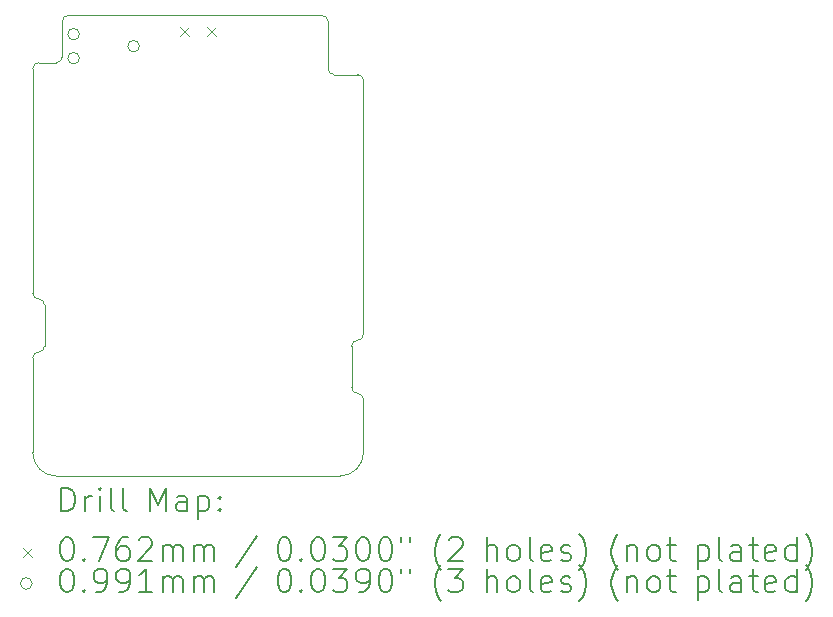
<source format=gbr>
%TF.GenerationSoftware,KiCad,Pcbnew,(7.0.0)*%
%TF.CreationDate,2024-01-10T08:15:54+01:00*%
%TF.ProjectId,LED_poi,4c45445f-706f-4692-9e6b-696361645f70,A*%
%TF.SameCoordinates,Original*%
%TF.FileFunction,Drillmap*%
%TF.FilePolarity,Positive*%
%FSLAX45Y45*%
G04 Gerber Fmt 4.5, Leading zero omitted, Abs format (unit mm)*
G04 Created by KiCad (PCBNEW (7.0.0)) date 2024-01-10 08:15:54*
%MOMM*%
%LPD*%
G01*
G04 APERTURE LIST*
%ADD10C,0.100000*%
%ADD11C,0.200000*%
%ADD12C,0.076200*%
%ADD13C,0.099060*%
G04 APERTURE END LIST*
D10*
X10600000Y-7300000D02*
X10600000Y-5150000D01*
X7800000Y-6950000D02*
X7800000Y-5050000D01*
X8100000Y-4600000D02*
G75*
G03*
X8050000Y-4650000I0J-50000D01*
G01*
X10400000Y-8500000D02*
G75*
G03*
X10600000Y-8300000I0J200000D01*
G01*
X7800000Y-6950000D02*
G75*
G03*
X7850000Y-7000000I50000J0D01*
G01*
X10250000Y-4600000D02*
X8100000Y-4600000D01*
X10500000Y-7750000D02*
X10500000Y-7400000D01*
X10300000Y-4650000D02*
G75*
G03*
X10250000Y-4600000I-50000J0D01*
G01*
X10600000Y-5150000D02*
G75*
G03*
X10550000Y-5100000I-50000J0D01*
G01*
X8050000Y-4650000D02*
X8050000Y-4950000D01*
X7850000Y-5000000D02*
G75*
G03*
X7800000Y-5050000I0J-50000D01*
G01*
X10550000Y-7350000D02*
G75*
G03*
X10500000Y-7400000I0J-50000D01*
G01*
X7900000Y-7050000D02*
G75*
G03*
X7850000Y-7000000I-50000J0D01*
G01*
X7850000Y-7450000D02*
G75*
G03*
X7800000Y-7500000I0J-50000D01*
G01*
X8000000Y-5000000D02*
X7850000Y-5000000D01*
X10500000Y-7750000D02*
G75*
G03*
X10550000Y-7800000I50000J0D01*
G01*
X7900000Y-7400000D02*
X7900000Y-7050000D01*
X8000000Y-5000000D02*
G75*
G03*
X8050000Y-4950000I0J50000D01*
G01*
X7850000Y-7450000D02*
G75*
G03*
X7900000Y-7400000I0J50000D01*
G01*
X10550000Y-7350000D02*
G75*
G03*
X10600000Y-7300000I0J50000D01*
G01*
X10550000Y-5100000D02*
X10350000Y-5100000D01*
X8000000Y-8500000D02*
X10400000Y-8500000D01*
X10600000Y-7850000D02*
X10600000Y-8300000D01*
X7800000Y-8300000D02*
G75*
G03*
X8000000Y-8500000I200000J0D01*
G01*
X10600000Y-7850000D02*
G75*
G03*
X10550000Y-7800000I-50000J0D01*
G01*
X10300000Y-5050000D02*
X10300000Y-4650000D01*
X7800000Y-7500000D02*
X7800000Y-8300000D01*
X10300000Y-5050000D02*
G75*
G03*
X10350000Y-5100000I50000J0D01*
G01*
D11*
D12*
X9046900Y-4701900D02*
X9123100Y-4778100D01*
X9123100Y-4701900D02*
X9046900Y-4778100D01*
X9276900Y-4701900D02*
X9353100Y-4778100D01*
X9353100Y-4701900D02*
X9276900Y-4778100D01*
D13*
X8195530Y-4758400D02*
G75*
G03*
X8195530Y-4758400I-49530J0D01*
G01*
X8195530Y-4961600D02*
G75*
G03*
X8195530Y-4961600I-49530J0D01*
G01*
X8703530Y-4860000D02*
G75*
G03*
X8703530Y-4860000I-49530J0D01*
G01*
D11*
X8042619Y-8798476D02*
X8042619Y-8598476D01*
X8042619Y-8598476D02*
X8090238Y-8598476D01*
X8090238Y-8598476D02*
X8118809Y-8608000D01*
X8118809Y-8608000D02*
X8137857Y-8627048D01*
X8137857Y-8627048D02*
X8147381Y-8646095D01*
X8147381Y-8646095D02*
X8156905Y-8684190D01*
X8156905Y-8684190D02*
X8156905Y-8712762D01*
X8156905Y-8712762D02*
X8147381Y-8750857D01*
X8147381Y-8750857D02*
X8137857Y-8769905D01*
X8137857Y-8769905D02*
X8118809Y-8788952D01*
X8118809Y-8788952D02*
X8090238Y-8798476D01*
X8090238Y-8798476D02*
X8042619Y-8798476D01*
X8242619Y-8798476D02*
X8242619Y-8665143D01*
X8242619Y-8703238D02*
X8252143Y-8684190D01*
X8252143Y-8684190D02*
X8261667Y-8674667D01*
X8261667Y-8674667D02*
X8280714Y-8665143D01*
X8280714Y-8665143D02*
X8299762Y-8665143D01*
X8366428Y-8798476D02*
X8366428Y-8665143D01*
X8366428Y-8598476D02*
X8356905Y-8608000D01*
X8356905Y-8608000D02*
X8366428Y-8617524D01*
X8366428Y-8617524D02*
X8375952Y-8608000D01*
X8375952Y-8608000D02*
X8366428Y-8598476D01*
X8366428Y-8598476D02*
X8366428Y-8617524D01*
X8490238Y-8798476D02*
X8471190Y-8788952D01*
X8471190Y-8788952D02*
X8461667Y-8769905D01*
X8461667Y-8769905D02*
X8461667Y-8598476D01*
X8595000Y-8798476D02*
X8575952Y-8788952D01*
X8575952Y-8788952D02*
X8566429Y-8769905D01*
X8566429Y-8769905D02*
X8566429Y-8598476D01*
X8791190Y-8798476D02*
X8791190Y-8598476D01*
X8791190Y-8598476D02*
X8857857Y-8741333D01*
X8857857Y-8741333D02*
X8924524Y-8598476D01*
X8924524Y-8598476D02*
X8924524Y-8798476D01*
X9105476Y-8798476D02*
X9105476Y-8693714D01*
X9105476Y-8693714D02*
X9095952Y-8674667D01*
X9095952Y-8674667D02*
X9076905Y-8665143D01*
X9076905Y-8665143D02*
X9038809Y-8665143D01*
X9038809Y-8665143D02*
X9019762Y-8674667D01*
X9105476Y-8788952D02*
X9086429Y-8798476D01*
X9086429Y-8798476D02*
X9038809Y-8798476D01*
X9038809Y-8798476D02*
X9019762Y-8788952D01*
X9019762Y-8788952D02*
X9010238Y-8769905D01*
X9010238Y-8769905D02*
X9010238Y-8750857D01*
X9010238Y-8750857D02*
X9019762Y-8731810D01*
X9019762Y-8731810D02*
X9038809Y-8722286D01*
X9038809Y-8722286D02*
X9086429Y-8722286D01*
X9086429Y-8722286D02*
X9105476Y-8712762D01*
X9200714Y-8665143D02*
X9200714Y-8865143D01*
X9200714Y-8674667D02*
X9219762Y-8665143D01*
X9219762Y-8665143D02*
X9257857Y-8665143D01*
X9257857Y-8665143D02*
X9276905Y-8674667D01*
X9276905Y-8674667D02*
X9286429Y-8684190D01*
X9286429Y-8684190D02*
X9295952Y-8703238D01*
X9295952Y-8703238D02*
X9295952Y-8760381D01*
X9295952Y-8760381D02*
X9286429Y-8779429D01*
X9286429Y-8779429D02*
X9276905Y-8788952D01*
X9276905Y-8788952D02*
X9257857Y-8798476D01*
X9257857Y-8798476D02*
X9219762Y-8798476D01*
X9219762Y-8798476D02*
X9200714Y-8788952D01*
X9381667Y-8779429D02*
X9391190Y-8788952D01*
X9391190Y-8788952D02*
X9381667Y-8798476D01*
X9381667Y-8798476D02*
X9372143Y-8788952D01*
X9372143Y-8788952D02*
X9381667Y-8779429D01*
X9381667Y-8779429D02*
X9381667Y-8798476D01*
X9381667Y-8674667D02*
X9391190Y-8684190D01*
X9391190Y-8684190D02*
X9381667Y-8693714D01*
X9381667Y-8693714D02*
X9372143Y-8684190D01*
X9372143Y-8684190D02*
X9381667Y-8674667D01*
X9381667Y-8674667D02*
X9381667Y-8693714D01*
D12*
X7718800Y-9106900D02*
X7795000Y-9183100D01*
X7795000Y-9106900D02*
X7718800Y-9183100D01*
D11*
X8080714Y-9018476D02*
X8099762Y-9018476D01*
X8099762Y-9018476D02*
X8118809Y-9028000D01*
X8118809Y-9028000D02*
X8128333Y-9037524D01*
X8128333Y-9037524D02*
X8137857Y-9056571D01*
X8137857Y-9056571D02*
X8147381Y-9094667D01*
X8147381Y-9094667D02*
X8147381Y-9142286D01*
X8147381Y-9142286D02*
X8137857Y-9180381D01*
X8137857Y-9180381D02*
X8128333Y-9199429D01*
X8128333Y-9199429D02*
X8118809Y-9208952D01*
X8118809Y-9208952D02*
X8099762Y-9218476D01*
X8099762Y-9218476D02*
X8080714Y-9218476D01*
X8080714Y-9218476D02*
X8061667Y-9208952D01*
X8061667Y-9208952D02*
X8052143Y-9199429D01*
X8052143Y-9199429D02*
X8042619Y-9180381D01*
X8042619Y-9180381D02*
X8033095Y-9142286D01*
X8033095Y-9142286D02*
X8033095Y-9094667D01*
X8033095Y-9094667D02*
X8042619Y-9056571D01*
X8042619Y-9056571D02*
X8052143Y-9037524D01*
X8052143Y-9037524D02*
X8061667Y-9028000D01*
X8061667Y-9028000D02*
X8080714Y-9018476D01*
X8233095Y-9199429D02*
X8242619Y-9208952D01*
X8242619Y-9208952D02*
X8233095Y-9218476D01*
X8233095Y-9218476D02*
X8223571Y-9208952D01*
X8223571Y-9208952D02*
X8233095Y-9199429D01*
X8233095Y-9199429D02*
X8233095Y-9218476D01*
X8309286Y-9018476D02*
X8442619Y-9018476D01*
X8442619Y-9018476D02*
X8356905Y-9218476D01*
X8604524Y-9018476D02*
X8566429Y-9018476D01*
X8566429Y-9018476D02*
X8547381Y-9028000D01*
X8547381Y-9028000D02*
X8537857Y-9037524D01*
X8537857Y-9037524D02*
X8518810Y-9066095D01*
X8518810Y-9066095D02*
X8509286Y-9104190D01*
X8509286Y-9104190D02*
X8509286Y-9180381D01*
X8509286Y-9180381D02*
X8518810Y-9199429D01*
X8518810Y-9199429D02*
X8528333Y-9208952D01*
X8528333Y-9208952D02*
X8547381Y-9218476D01*
X8547381Y-9218476D02*
X8585476Y-9218476D01*
X8585476Y-9218476D02*
X8604524Y-9208952D01*
X8604524Y-9208952D02*
X8614048Y-9199429D01*
X8614048Y-9199429D02*
X8623571Y-9180381D01*
X8623571Y-9180381D02*
X8623571Y-9132762D01*
X8623571Y-9132762D02*
X8614048Y-9113714D01*
X8614048Y-9113714D02*
X8604524Y-9104190D01*
X8604524Y-9104190D02*
X8585476Y-9094667D01*
X8585476Y-9094667D02*
X8547381Y-9094667D01*
X8547381Y-9094667D02*
X8528333Y-9104190D01*
X8528333Y-9104190D02*
X8518810Y-9113714D01*
X8518810Y-9113714D02*
X8509286Y-9132762D01*
X8699762Y-9037524D02*
X8709286Y-9028000D01*
X8709286Y-9028000D02*
X8728333Y-9018476D01*
X8728333Y-9018476D02*
X8775952Y-9018476D01*
X8775952Y-9018476D02*
X8795000Y-9028000D01*
X8795000Y-9028000D02*
X8804524Y-9037524D01*
X8804524Y-9037524D02*
X8814048Y-9056571D01*
X8814048Y-9056571D02*
X8814048Y-9075619D01*
X8814048Y-9075619D02*
X8804524Y-9104190D01*
X8804524Y-9104190D02*
X8690238Y-9218476D01*
X8690238Y-9218476D02*
X8814048Y-9218476D01*
X8899762Y-9218476D02*
X8899762Y-9085143D01*
X8899762Y-9104190D02*
X8909286Y-9094667D01*
X8909286Y-9094667D02*
X8928333Y-9085143D01*
X8928333Y-9085143D02*
X8956905Y-9085143D01*
X8956905Y-9085143D02*
X8975952Y-9094667D01*
X8975952Y-9094667D02*
X8985476Y-9113714D01*
X8985476Y-9113714D02*
X8985476Y-9218476D01*
X8985476Y-9113714D02*
X8995000Y-9094667D01*
X8995000Y-9094667D02*
X9014048Y-9085143D01*
X9014048Y-9085143D02*
X9042619Y-9085143D01*
X9042619Y-9085143D02*
X9061667Y-9094667D01*
X9061667Y-9094667D02*
X9071191Y-9113714D01*
X9071191Y-9113714D02*
X9071191Y-9218476D01*
X9166429Y-9218476D02*
X9166429Y-9085143D01*
X9166429Y-9104190D02*
X9175952Y-9094667D01*
X9175952Y-9094667D02*
X9195000Y-9085143D01*
X9195000Y-9085143D02*
X9223572Y-9085143D01*
X9223572Y-9085143D02*
X9242619Y-9094667D01*
X9242619Y-9094667D02*
X9252143Y-9113714D01*
X9252143Y-9113714D02*
X9252143Y-9218476D01*
X9252143Y-9113714D02*
X9261667Y-9094667D01*
X9261667Y-9094667D02*
X9280714Y-9085143D01*
X9280714Y-9085143D02*
X9309286Y-9085143D01*
X9309286Y-9085143D02*
X9328333Y-9094667D01*
X9328333Y-9094667D02*
X9337857Y-9113714D01*
X9337857Y-9113714D02*
X9337857Y-9218476D01*
X9695952Y-9008952D02*
X9524524Y-9266095D01*
X9920714Y-9018476D02*
X9939762Y-9018476D01*
X9939762Y-9018476D02*
X9958810Y-9028000D01*
X9958810Y-9028000D02*
X9968333Y-9037524D01*
X9968333Y-9037524D02*
X9977857Y-9056571D01*
X9977857Y-9056571D02*
X9987381Y-9094667D01*
X9987381Y-9094667D02*
X9987381Y-9142286D01*
X9987381Y-9142286D02*
X9977857Y-9180381D01*
X9977857Y-9180381D02*
X9968333Y-9199429D01*
X9968333Y-9199429D02*
X9958810Y-9208952D01*
X9958810Y-9208952D02*
X9939762Y-9218476D01*
X9939762Y-9218476D02*
X9920714Y-9218476D01*
X9920714Y-9218476D02*
X9901667Y-9208952D01*
X9901667Y-9208952D02*
X9892143Y-9199429D01*
X9892143Y-9199429D02*
X9882619Y-9180381D01*
X9882619Y-9180381D02*
X9873095Y-9142286D01*
X9873095Y-9142286D02*
X9873095Y-9094667D01*
X9873095Y-9094667D02*
X9882619Y-9056571D01*
X9882619Y-9056571D02*
X9892143Y-9037524D01*
X9892143Y-9037524D02*
X9901667Y-9028000D01*
X9901667Y-9028000D02*
X9920714Y-9018476D01*
X10073095Y-9199429D02*
X10082619Y-9208952D01*
X10082619Y-9208952D02*
X10073095Y-9218476D01*
X10073095Y-9218476D02*
X10063572Y-9208952D01*
X10063572Y-9208952D02*
X10073095Y-9199429D01*
X10073095Y-9199429D02*
X10073095Y-9218476D01*
X10206429Y-9018476D02*
X10225476Y-9018476D01*
X10225476Y-9018476D02*
X10244524Y-9028000D01*
X10244524Y-9028000D02*
X10254048Y-9037524D01*
X10254048Y-9037524D02*
X10263572Y-9056571D01*
X10263572Y-9056571D02*
X10273095Y-9094667D01*
X10273095Y-9094667D02*
X10273095Y-9142286D01*
X10273095Y-9142286D02*
X10263572Y-9180381D01*
X10263572Y-9180381D02*
X10254048Y-9199429D01*
X10254048Y-9199429D02*
X10244524Y-9208952D01*
X10244524Y-9208952D02*
X10225476Y-9218476D01*
X10225476Y-9218476D02*
X10206429Y-9218476D01*
X10206429Y-9218476D02*
X10187381Y-9208952D01*
X10187381Y-9208952D02*
X10177857Y-9199429D01*
X10177857Y-9199429D02*
X10168333Y-9180381D01*
X10168333Y-9180381D02*
X10158810Y-9142286D01*
X10158810Y-9142286D02*
X10158810Y-9094667D01*
X10158810Y-9094667D02*
X10168333Y-9056571D01*
X10168333Y-9056571D02*
X10177857Y-9037524D01*
X10177857Y-9037524D02*
X10187381Y-9028000D01*
X10187381Y-9028000D02*
X10206429Y-9018476D01*
X10339762Y-9018476D02*
X10463572Y-9018476D01*
X10463572Y-9018476D02*
X10396905Y-9094667D01*
X10396905Y-9094667D02*
X10425476Y-9094667D01*
X10425476Y-9094667D02*
X10444524Y-9104190D01*
X10444524Y-9104190D02*
X10454048Y-9113714D01*
X10454048Y-9113714D02*
X10463572Y-9132762D01*
X10463572Y-9132762D02*
X10463572Y-9180381D01*
X10463572Y-9180381D02*
X10454048Y-9199429D01*
X10454048Y-9199429D02*
X10444524Y-9208952D01*
X10444524Y-9208952D02*
X10425476Y-9218476D01*
X10425476Y-9218476D02*
X10368333Y-9218476D01*
X10368333Y-9218476D02*
X10349286Y-9208952D01*
X10349286Y-9208952D02*
X10339762Y-9199429D01*
X10587381Y-9018476D02*
X10606429Y-9018476D01*
X10606429Y-9018476D02*
X10625476Y-9028000D01*
X10625476Y-9028000D02*
X10635000Y-9037524D01*
X10635000Y-9037524D02*
X10644524Y-9056571D01*
X10644524Y-9056571D02*
X10654048Y-9094667D01*
X10654048Y-9094667D02*
X10654048Y-9142286D01*
X10654048Y-9142286D02*
X10644524Y-9180381D01*
X10644524Y-9180381D02*
X10635000Y-9199429D01*
X10635000Y-9199429D02*
X10625476Y-9208952D01*
X10625476Y-9208952D02*
X10606429Y-9218476D01*
X10606429Y-9218476D02*
X10587381Y-9218476D01*
X10587381Y-9218476D02*
X10568333Y-9208952D01*
X10568333Y-9208952D02*
X10558810Y-9199429D01*
X10558810Y-9199429D02*
X10549286Y-9180381D01*
X10549286Y-9180381D02*
X10539762Y-9142286D01*
X10539762Y-9142286D02*
X10539762Y-9094667D01*
X10539762Y-9094667D02*
X10549286Y-9056571D01*
X10549286Y-9056571D02*
X10558810Y-9037524D01*
X10558810Y-9037524D02*
X10568333Y-9028000D01*
X10568333Y-9028000D02*
X10587381Y-9018476D01*
X10777857Y-9018476D02*
X10796905Y-9018476D01*
X10796905Y-9018476D02*
X10815953Y-9028000D01*
X10815953Y-9028000D02*
X10825476Y-9037524D01*
X10825476Y-9037524D02*
X10835000Y-9056571D01*
X10835000Y-9056571D02*
X10844524Y-9094667D01*
X10844524Y-9094667D02*
X10844524Y-9142286D01*
X10844524Y-9142286D02*
X10835000Y-9180381D01*
X10835000Y-9180381D02*
X10825476Y-9199429D01*
X10825476Y-9199429D02*
X10815953Y-9208952D01*
X10815953Y-9208952D02*
X10796905Y-9218476D01*
X10796905Y-9218476D02*
X10777857Y-9218476D01*
X10777857Y-9218476D02*
X10758810Y-9208952D01*
X10758810Y-9208952D02*
X10749286Y-9199429D01*
X10749286Y-9199429D02*
X10739762Y-9180381D01*
X10739762Y-9180381D02*
X10730238Y-9142286D01*
X10730238Y-9142286D02*
X10730238Y-9094667D01*
X10730238Y-9094667D02*
X10739762Y-9056571D01*
X10739762Y-9056571D02*
X10749286Y-9037524D01*
X10749286Y-9037524D02*
X10758810Y-9028000D01*
X10758810Y-9028000D02*
X10777857Y-9018476D01*
X10920714Y-9018476D02*
X10920714Y-9056571D01*
X10996905Y-9018476D02*
X10996905Y-9056571D01*
X11259762Y-9294667D02*
X11250238Y-9285143D01*
X11250238Y-9285143D02*
X11231191Y-9256571D01*
X11231191Y-9256571D02*
X11221667Y-9237524D01*
X11221667Y-9237524D02*
X11212143Y-9208952D01*
X11212143Y-9208952D02*
X11202619Y-9161333D01*
X11202619Y-9161333D02*
X11202619Y-9123238D01*
X11202619Y-9123238D02*
X11212143Y-9075619D01*
X11212143Y-9075619D02*
X11221667Y-9047048D01*
X11221667Y-9047048D02*
X11231191Y-9028000D01*
X11231191Y-9028000D02*
X11250238Y-8999429D01*
X11250238Y-8999429D02*
X11259762Y-8989905D01*
X11326429Y-9037524D02*
X11335952Y-9028000D01*
X11335952Y-9028000D02*
X11355000Y-9018476D01*
X11355000Y-9018476D02*
X11402619Y-9018476D01*
X11402619Y-9018476D02*
X11421667Y-9028000D01*
X11421667Y-9028000D02*
X11431191Y-9037524D01*
X11431191Y-9037524D02*
X11440714Y-9056571D01*
X11440714Y-9056571D02*
X11440714Y-9075619D01*
X11440714Y-9075619D02*
X11431191Y-9104190D01*
X11431191Y-9104190D02*
X11316905Y-9218476D01*
X11316905Y-9218476D02*
X11440714Y-9218476D01*
X11646429Y-9218476D02*
X11646429Y-9018476D01*
X11732143Y-9218476D02*
X11732143Y-9113714D01*
X11732143Y-9113714D02*
X11722619Y-9094667D01*
X11722619Y-9094667D02*
X11703572Y-9085143D01*
X11703572Y-9085143D02*
X11675000Y-9085143D01*
X11675000Y-9085143D02*
X11655952Y-9094667D01*
X11655952Y-9094667D02*
X11646429Y-9104190D01*
X11855952Y-9218476D02*
X11836905Y-9208952D01*
X11836905Y-9208952D02*
X11827381Y-9199429D01*
X11827381Y-9199429D02*
X11817857Y-9180381D01*
X11817857Y-9180381D02*
X11817857Y-9123238D01*
X11817857Y-9123238D02*
X11827381Y-9104190D01*
X11827381Y-9104190D02*
X11836905Y-9094667D01*
X11836905Y-9094667D02*
X11855952Y-9085143D01*
X11855952Y-9085143D02*
X11884524Y-9085143D01*
X11884524Y-9085143D02*
X11903572Y-9094667D01*
X11903572Y-9094667D02*
X11913095Y-9104190D01*
X11913095Y-9104190D02*
X11922619Y-9123238D01*
X11922619Y-9123238D02*
X11922619Y-9180381D01*
X11922619Y-9180381D02*
X11913095Y-9199429D01*
X11913095Y-9199429D02*
X11903572Y-9208952D01*
X11903572Y-9208952D02*
X11884524Y-9218476D01*
X11884524Y-9218476D02*
X11855952Y-9218476D01*
X12036905Y-9218476D02*
X12017857Y-9208952D01*
X12017857Y-9208952D02*
X12008333Y-9189905D01*
X12008333Y-9189905D02*
X12008333Y-9018476D01*
X12189286Y-9208952D02*
X12170238Y-9218476D01*
X12170238Y-9218476D02*
X12132143Y-9218476D01*
X12132143Y-9218476D02*
X12113095Y-9208952D01*
X12113095Y-9208952D02*
X12103572Y-9189905D01*
X12103572Y-9189905D02*
X12103572Y-9113714D01*
X12103572Y-9113714D02*
X12113095Y-9094667D01*
X12113095Y-9094667D02*
X12132143Y-9085143D01*
X12132143Y-9085143D02*
X12170238Y-9085143D01*
X12170238Y-9085143D02*
X12189286Y-9094667D01*
X12189286Y-9094667D02*
X12198810Y-9113714D01*
X12198810Y-9113714D02*
X12198810Y-9132762D01*
X12198810Y-9132762D02*
X12103572Y-9151810D01*
X12275000Y-9208952D02*
X12294048Y-9218476D01*
X12294048Y-9218476D02*
X12332143Y-9218476D01*
X12332143Y-9218476D02*
X12351191Y-9208952D01*
X12351191Y-9208952D02*
X12360714Y-9189905D01*
X12360714Y-9189905D02*
X12360714Y-9180381D01*
X12360714Y-9180381D02*
X12351191Y-9161333D01*
X12351191Y-9161333D02*
X12332143Y-9151810D01*
X12332143Y-9151810D02*
X12303572Y-9151810D01*
X12303572Y-9151810D02*
X12284524Y-9142286D01*
X12284524Y-9142286D02*
X12275000Y-9123238D01*
X12275000Y-9123238D02*
X12275000Y-9113714D01*
X12275000Y-9113714D02*
X12284524Y-9094667D01*
X12284524Y-9094667D02*
X12303572Y-9085143D01*
X12303572Y-9085143D02*
X12332143Y-9085143D01*
X12332143Y-9085143D02*
X12351191Y-9094667D01*
X12427381Y-9294667D02*
X12436905Y-9285143D01*
X12436905Y-9285143D02*
X12455953Y-9256571D01*
X12455953Y-9256571D02*
X12465476Y-9237524D01*
X12465476Y-9237524D02*
X12475000Y-9208952D01*
X12475000Y-9208952D02*
X12484524Y-9161333D01*
X12484524Y-9161333D02*
X12484524Y-9123238D01*
X12484524Y-9123238D02*
X12475000Y-9075619D01*
X12475000Y-9075619D02*
X12465476Y-9047048D01*
X12465476Y-9047048D02*
X12455953Y-9028000D01*
X12455953Y-9028000D02*
X12436905Y-8999429D01*
X12436905Y-8999429D02*
X12427381Y-8989905D01*
X12756905Y-9294667D02*
X12747381Y-9285143D01*
X12747381Y-9285143D02*
X12728333Y-9256571D01*
X12728333Y-9256571D02*
X12718810Y-9237524D01*
X12718810Y-9237524D02*
X12709286Y-9208952D01*
X12709286Y-9208952D02*
X12699762Y-9161333D01*
X12699762Y-9161333D02*
X12699762Y-9123238D01*
X12699762Y-9123238D02*
X12709286Y-9075619D01*
X12709286Y-9075619D02*
X12718810Y-9047048D01*
X12718810Y-9047048D02*
X12728333Y-9028000D01*
X12728333Y-9028000D02*
X12747381Y-8999429D01*
X12747381Y-8999429D02*
X12756905Y-8989905D01*
X12833095Y-9085143D02*
X12833095Y-9218476D01*
X12833095Y-9104190D02*
X12842619Y-9094667D01*
X12842619Y-9094667D02*
X12861667Y-9085143D01*
X12861667Y-9085143D02*
X12890238Y-9085143D01*
X12890238Y-9085143D02*
X12909286Y-9094667D01*
X12909286Y-9094667D02*
X12918810Y-9113714D01*
X12918810Y-9113714D02*
X12918810Y-9218476D01*
X13042619Y-9218476D02*
X13023572Y-9208952D01*
X13023572Y-9208952D02*
X13014048Y-9199429D01*
X13014048Y-9199429D02*
X13004524Y-9180381D01*
X13004524Y-9180381D02*
X13004524Y-9123238D01*
X13004524Y-9123238D02*
X13014048Y-9104190D01*
X13014048Y-9104190D02*
X13023572Y-9094667D01*
X13023572Y-9094667D02*
X13042619Y-9085143D01*
X13042619Y-9085143D02*
X13071191Y-9085143D01*
X13071191Y-9085143D02*
X13090238Y-9094667D01*
X13090238Y-9094667D02*
X13099762Y-9104190D01*
X13099762Y-9104190D02*
X13109286Y-9123238D01*
X13109286Y-9123238D02*
X13109286Y-9180381D01*
X13109286Y-9180381D02*
X13099762Y-9199429D01*
X13099762Y-9199429D02*
X13090238Y-9208952D01*
X13090238Y-9208952D02*
X13071191Y-9218476D01*
X13071191Y-9218476D02*
X13042619Y-9218476D01*
X13166429Y-9085143D02*
X13242619Y-9085143D01*
X13195000Y-9018476D02*
X13195000Y-9189905D01*
X13195000Y-9189905D02*
X13204524Y-9208952D01*
X13204524Y-9208952D02*
X13223572Y-9218476D01*
X13223572Y-9218476D02*
X13242619Y-9218476D01*
X13429286Y-9085143D02*
X13429286Y-9285143D01*
X13429286Y-9094667D02*
X13448333Y-9085143D01*
X13448333Y-9085143D02*
X13486429Y-9085143D01*
X13486429Y-9085143D02*
X13505476Y-9094667D01*
X13505476Y-9094667D02*
X13515000Y-9104190D01*
X13515000Y-9104190D02*
X13524524Y-9123238D01*
X13524524Y-9123238D02*
X13524524Y-9180381D01*
X13524524Y-9180381D02*
X13515000Y-9199429D01*
X13515000Y-9199429D02*
X13505476Y-9208952D01*
X13505476Y-9208952D02*
X13486429Y-9218476D01*
X13486429Y-9218476D02*
X13448333Y-9218476D01*
X13448333Y-9218476D02*
X13429286Y-9208952D01*
X13638810Y-9218476D02*
X13619762Y-9208952D01*
X13619762Y-9208952D02*
X13610238Y-9189905D01*
X13610238Y-9189905D02*
X13610238Y-9018476D01*
X13800714Y-9218476D02*
X13800714Y-9113714D01*
X13800714Y-9113714D02*
X13791191Y-9094667D01*
X13791191Y-9094667D02*
X13772143Y-9085143D01*
X13772143Y-9085143D02*
X13734048Y-9085143D01*
X13734048Y-9085143D02*
X13715000Y-9094667D01*
X13800714Y-9208952D02*
X13781667Y-9218476D01*
X13781667Y-9218476D02*
X13734048Y-9218476D01*
X13734048Y-9218476D02*
X13715000Y-9208952D01*
X13715000Y-9208952D02*
X13705476Y-9189905D01*
X13705476Y-9189905D02*
X13705476Y-9170857D01*
X13705476Y-9170857D02*
X13715000Y-9151810D01*
X13715000Y-9151810D02*
X13734048Y-9142286D01*
X13734048Y-9142286D02*
X13781667Y-9142286D01*
X13781667Y-9142286D02*
X13800714Y-9132762D01*
X13867381Y-9085143D02*
X13943572Y-9085143D01*
X13895953Y-9018476D02*
X13895953Y-9189905D01*
X13895953Y-9189905D02*
X13905476Y-9208952D01*
X13905476Y-9208952D02*
X13924524Y-9218476D01*
X13924524Y-9218476D02*
X13943572Y-9218476D01*
X14086429Y-9208952D02*
X14067381Y-9218476D01*
X14067381Y-9218476D02*
X14029286Y-9218476D01*
X14029286Y-9218476D02*
X14010238Y-9208952D01*
X14010238Y-9208952D02*
X14000714Y-9189905D01*
X14000714Y-9189905D02*
X14000714Y-9113714D01*
X14000714Y-9113714D02*
X14010238Y-9094667D01*
X14010238Y-9094667D02*
X14029286Y-9085143D01*
X14029286Y-9085143D02*
X14067381Y-9085143D01*
X14067381Y-9085143D02*
X14086429Y-9094667D01*
X14086429Y-9094667D02*
X14095953Y-9113714D01*
X14095953Y-9113714D02*
X14095953Y-9132762D01*
X14095953Y-9132762D02*
X14000714Y-9151810D01*
X14267381Y-9218476D02*
X14267381Y-9018476D01*
X14267381Y-9208952D02*
X14248334Y-9218476D01*
X14248334Y-9218476D02*
X14210238Y-9218476D01*
X14210238Y-9218476D02*
X14191191Y-9208952D01*
X14191191Y-9208952D02*
X14181667Y-9199429D01*
X14181667Y-9199429D02*
X14172143Y-9180381D01*
X14172143Y-9180381D02*
X14172143Y-9123238D01*
X14172143Y-9123238D02*
X14181667Y-9104190D01*
X14181667Y-9104190D02*
X14191191Y-9094667D01*
X14191191Y-9094667D02*
X14210238Y-9085143D01*
X14210238Y-9085143D02*
X14248334Y-9085143D01*
X14248334Y-9085143D02*
X14267381Y-9094667D01*
X14343572Y-9294667D02*
X14353095Y-9285143D01*
X14353095Y-9285143D02*
X14372143Y-9256571D01*
X14372143Y-9256571D02*
X14381667Y-9237524D01*
X14381667Y-9237524D02*
X14391191Y-9208952D01*
X14391191Y-9208952D02*
X14400714Y-9161333D01*
X14400714Y-9161333D02*
X14400714Y-9123238D01*
X14400714Y-9123238D02*
X14391191Y-9075619D01*
X14391191Y-9075619D02*
X14381667Y-9047048D01*
X14381667Y-9047048D02*
X14372143Y-9028000D01*
X14372143Y-9028000D02*
X14353095Y-8999429D01*
X14353095Y-8999429D02*
X14343572Y-8989905D01*
D13*
X7795000Y-9409000D02*
G75*
G03*
X7795000Y-9409000I-49530J0D01*
G01*
D11*
X8080714Y-9282476D02*
X8099762Y-9282476D01*
X8099762Y-9282476D02*
X8118809Y-9292000D01*
X8118809Y-9292000D02*
X8128333Y-9301524D01*
X8128333Y-9301524D02*
X8137857Y-9320571D01*
X8137857Y-9320571D02*
X8147381Y-9358667D01*
X8147381Y-9358667D02*
X8147381Y-9406286D01*
X8147381Y-9406286D02*
X8137857Y-9444381D01*
X8137857Y-9444381D02*
X8128333Y-9463429D01*
X8128333Y-9463429D02*
X8118809Y-9472952D01*
X8118809Y-9472952D02*
X8099762Y-9482476D01*
X8099762Y-9482476D02*
X8080714Y-9482476D01*
X8080714Y-9482476D02*
X8061667Y-9472952D01*
X8061667Y-9472952D02*
X8052143Y-9463429D01*
X8052143Y-9463429D02*
X8042619Y-9444381D01*
X8042619Y-9444381D02*
X8033095Y-9406286D01*
X8033095Y-9406286D02*
X8033095Y-9358667D01*
X8033095Y-9358667D02*
X8042619Y-9320571D01*
X8042619Y-9320571D02*
X8052143Y-9301524D01*
X8052143Y-9301524D02*
X8061667Y-9292000D01*
X8061667Y-9292000D02*
X8080714Y-9282476D01*
X8233095Y-9463429D02*
X8242619Y-9472952D01*
X8242619Y-9472952D02*
X8233095Y-9482476D01*
X8233095Y-9482476D02*
X8223571Y-9472952D01*
X8223571Y-9472952D02*
X8233095Y-9463429D01*
X8233095Y-9463429D02*
X8233095Y-9482476D01*
X8337857Y-9482476D02*
X8375952Y-9482476D01*
X8375952Y-9482476D02*
X8395000Y-9472952D01*
X8395000Y-9472952D02*
X8404524Y-9463429D01*
X8404524Y-9463429D02*
X8423571Y-9434857D01*
X8423571Y-9434857D02*
X8433095Y-9396762D01*
X8433095Y-9396762D02*
X8433095Y-9320571D01*
X8433095Y-9320571D02*
X8423571Y-9301524D01*
X8423571Y-9301524D02*
X8414048Y-9292000D01*
X8414048Y-9292000D02*
X8395000Y-9282476D01*
X8395000Y-9282476D02*
X8356905Y-9282476D01*
X8356905Y-9282476D02*
X8337857Y-9292000D01*
X8337857Y-9292000D02*
X8328333Y-9301524D01*
X8328333Y-9301524D02*
X8318809Y-9320571D01*
X8318809Y-9320571D02*
X8318809Y-9368190D01*
X8318809Y-9368190D02*
X8328333Y-9387238D01*
X8328333Y-9387238D02*
X8337857Y-9396762D01*
X8337857Y-9396762D02*
X8356905Y-9406286D01*
X8356905Y-9406286D02*
X8395000Y-9406286D01*
X8395000Y-9406286D02*
X8414048Y-9396762D01*
X8414048Y-9396762D02*
X8423571Y-9387238D01*
X8423571Y-9387238D02*
X8433095Y-9368190D01*
X8528333Y-9482476D02*
X8566429Y-9482476D01*
X8566429Y-9482476D02*
X8585476Y-9472952D01*
X8585476Y-9472952D02*
X8595000Y-9463429D01*
X8595000Y-9463429D02*
X8614048Y-9434857D01*
X8614048Y-9434857D02*
X8623571Y-9396762D01*
X8623571Y-9396762D02*
X8623571Y-9320571D01*
X8623571Y-9320571D02*
X8614048Y-9301524D01*
X8614048Y-9301524D02*
X8604524Y-9292000D01*
X8604524Y-9292000D02*
X8585476Y-9282476D01*
X8585476Y-9282476D02*
X8547381Y-9282476D01*
X8547381Y-9282476D02*
X8528333Y-9292000D01*
X8528333Y-9292000D02*
X8518810Y-9301524D01*
X8518810Y-9301524D02*
X8509286Y-9320571D01*
X8509286Y-9320571D02*
X8509286Y-9368190D01*
X8509286Y-9368190D02*
X8518810Y-9387238D01*
X8518810Y-9387238D02*
X8528333Y-9396762D01*
X8528333Y-9396762D02*
X8547381Y-9406286D01*
X8547381Y-9406286D02*
X8585476Y-9406286D01*
X8585476Y-9406286D02*
X8604524Y-9396762D01*
X8604524Y-9396762D02*
X8614048Y-9387238D01*
X8614048Y-9387238D02*
X8623571Y-9368190D01*
X8814048Y-9482476D02*
X8699762Y-9482476D01*
X8756905Y-9482476D02*
X8756905Y-9282476D01*
X8756905Y-9282476D02*
X8737857Y-9311048D01*
X8737857Y-9311048D02*
X8718810Y-9330095D01*
X8718810Y-9330095D02*
X8699762Y-9339619D01*
X8899762Y-9482476D02*
X8899762Y-9349143D01*
X8899762Y-9368190D02*
X8909286Y-9358667D01*
X8909286Y-9358667D02*
X8928333Y-9349143D01*
X8928333Y-9349143D02*
X8956905Y-9349143D01*
X8956905Y-9349143D02*
X8975952Y-9358667D01*
X8975952Y-9358667D02*
X8985476Y-9377714D01*
X8985476Y-9377714D02*
X8985476Y-9482476D01*
X8985476Y-9377714D02*
X8995000Y-9358667D01*
X8995000Y-9358667D02*
X9014048Y-9349143D01*
X9014048Y-9349143D02*
X9042619Y-9349143D01*
X9042619Y-9349143D02*
X9061667Y-9358667D01*
X9061667Y-9358667D02*
X9071191Y-9377714D01*
X9071191Y-9377714D02*
X9071191Y-9482476D01*
X9166429Y-9482476D02*
X9166429Y-9349143D01*
X9166429Y-9368190D02*
X9175952Y-9358667D01*
X9175952Y-9358667D02*
X9195000Y-9349143D01*
X9195000Y-9349143D02*
X9223572Y-9349143D01*
X9223572Y-9349143D02*
X9242619Y-9358667D01*
X9242619Y-9358667D02*
X9252143Y-9377714D01*
X9252143Y-9377714D02*
X9252143Y-9482476D01*
X9252143Y-9377714D02*
X9261667Y-9358667D01*
X9261667Y-9358667D02*
X9280714Y-9349143D01*
X9280714Y-9349143D02*
X9309286Y-9349143D01*
X9309286Y-9349143D02*
X9328333Y-9358667D01*
X9328333Y-9358667D02*
X9337857Y-9377714D01*
X9337857Y-9377714D02*
X9337857Y-9482476D01*
X9695952Y-9272952D02*
X9524524Y-9530095D01*
X9920714Y-9282476D02*
X9939762Y-9282476D01*
X9939762Y-9282476D02*
X9958810Y-9292000D01*
X9958810Y-9292000D02*
X9968333Y-9301524D01*
X9968333Y-9301524D02*
X9977857Y-9320571D01*
X9977857Y-9320571D02*
X9987381Y-9358667D01*
X9987381Y-9358667D02*
X9987381Y-9406286D01*
X9987381Y-9406286D02*
X9977857Y-9444381D01*
X9977857Y-9444381D02*
X9968333Y-9463429D01*
X9968333Y-9463429D02*
X9958810Y-9472952D01*
X9958810Y-9472952D02*
X9939762Y-9482476D01*
X9939762Y-9482476D02*
X9920714Y-9482476D01*
X9920714Y-9482476D02*
X9901667Y-9472952D01*
X9901667Y-9472952D02*
X9892143Y-9463429D01*
X9892143Y-9463429D02*
X9882619Y-9444381D01*
X9882619Y-9444381D02*
X9873095Y-9406286D01*
X9873095Y-9406286D02*
X9873095Y-9358667D01*
X9873095Y-9358667D02*
X9882619Y-9320571D01*
X9882619Y-9320571D02*
X9892143Y-9301524D01*
X9892143Y-9301524D02*
X9901667Y-9292000D01*
X9901667Y-9292000D02*
X9920714Y-9282476D01*
X10073095Y-9463429D02*
X10082619Y-9472952D01*
X10082619Y-9472952D02*
X10073095Y-9482476D01*
X10073095Y-9482476D02*
X10063572Y-9472952D01*
X10063572Y-9472952D02*
X10073095Y-9463429D01*
X10073095Y-9463429D02*
X10073095Y-9482476D01*
X10206429Y-9282476D02*
X10225476Y-9282476D01*
X10225476Y-9282476D02*
X10244524Y-9292000D01*
X10244524Y-9292000D02*
X10254048Y-9301524D01*
X10254048Y-9301524D02*
X10263572Y-9320571D01*
X10263572Y-9320571D02*
X10273095Y-9358667D01*
X10273095Y-9358667D02*
X10273095Y-9406286D01*
X10273095Y-9406286D02*
X10263572Y-9444381D01*
X10263572Y-9444381D02*
X10254048Y-9463429D01*
X10254048Y-9463429D02*
X10244524Y-9472952D01*
X10244524Y-9472952D02*
X10225476Y-9482476D01*
X10225476Y-9482476D02*
X10206429Y-9482476D01*
X10206429Y-9482476D02*
X10187381Y-9472952D01*
X10187381Y-9472952D02*
X10177857Y-9463429D01*
X10177857Y-9463429D02*
X10168333Y-9444381D01*
X10168333Y-9444381D02*
X10158810Y-9406286D01*
X10158810Y-9406286D02*
X10158810Y-9358667D01*
X10158810Y-9358667D02*
X10168333Y-9320571D01*
X10168333Y-9320571D02*
X10177857Y-9301524D01*
X10177857Y-9301524D02*
X10187381Y-9292000D01*
X10187381Y-9292000D02*
X10206429Y-9282476D01*
X10339762Y-9282476D02*
X10463572Y-9282476D01*
X10463572Y-9282476D02*
X10396905Y-9358667D01*
X10396905Y-9358667D02*
X10425476Y-9358667D01*
X10425476Y-9358667D02*
X10444524Y-9368190D01*
X10444524Y-9368190D02*
X10454048Y-9377714D01*
X10454048Y-9377714D02*
X10463572Y-9396762D01*
X10463572Y-9396762D02*
X10463572Y-9444381D01*
X10463572Y-9444381D02*
X10454048Y-9463429D01*
X10454048Y-9463429D02*
X10444524Y-9472952D01*
X10444524Y-9472952D02*
X10425476Y-9482476D01*
X10425476Y-9482476D02*
X10368333Y-9482476D01*
X10368333Y-9482476D02*
X10349286Y-9472952D01*
X10349286Y-9472952D02*
X10339762Y-9463429D01*
X10558810Y-9482476D02*
X10596905Y-9482476D01*
X10596905Y-9482476D02*
X10615953Y-9472952D01*
X10615953Y-9472952D02*
X10625476Y-9463429D01*
X10625476Y-9463429D02*
X10644524Y-9434857D01*
X10644524Y-9434857D02*
X10654048Y-9396762D01*
X10654048Y-9396762D02*
X10654048Y-9320571D01*
X10654048Y-9320571D02*
X10644524Y-9301524D01*
X10644524Y-9301524D02*
X10635000Y-9292000D01*
X10635000Y-9292000D02*
X10615953Y-9282476D01*
X10615953Y-9282476D02*
X10577857Y-9282476D01*
X10577857Y-9282476D02*
X10558810Y-9292000D01*
X10558810Y-9292000D02*
X10549286Y-9301524D01*
X10549286Y-9301524D02*
X10539762Y-9320571D01*
X10539762Y-9320571D02*
X10539762Y-9368190D01*
X10539762Y-9368190D02*
X10549286Y-9387238D01*
X10549286Y-9387238D02*
X10558810Y-9396762D01*
X10558810Y-9396762D02*
X10577857Y-9406286D01*
X10577857Y-9406286D02*
X10615953Y-9406286D01*
X10615953Y-9406286D02*
X10635000Y-9396762D01*
X10635000Y-9396762D02*
X10644524Y-9387238D01*
X10644524Y-9387238D02*
X10654048Y-9368190D01*
X10777857Y-9282476D02*
X10796905Y-9282476D01*
X10796905Y-9282476D02*
X10815953Y-9292000D01*
X10815953Y-9292000D02*
X10825476Y-9301524D01*
X10825476Y-9301524D02*
X10835000Y-9320571D01*
X10835000Y-9320571D02*
X10844524Y-9358667D01*
X10844524Y-9358667D02*
X10844524Y-9406286D01*
X10844524Y-9406286D02*
X10835000Y-9444381D01*
X10835000Y-9444381D02*
X10825476Y-9463429D01*
X10825476Y-9463429D02*
X10815953Y-9472952D01*
X10815953Y-9472952D02*
X10796905Y-9482476D01*
X10796905Y-9482476D02*
X10777857Y-9482476D01*
X10777857Y-9482476D02*
X10758810Y-9472952D01*
X10758810Y-9472952D02*
X10749286Y-9463429D01*
X10749286Y-9463429D02*
X10739762Y-9444381D01*
X10739762Y-9444381D02*
X10730238Y-9406286D01*
X10730238Y-9406286D02*
X10730238Y-9358667D01*
X10730238Y-9358667D02*
X10739762Y-9320571D01*
X10739762Y-9320571D02*
X10749286Y-9301524D01*
X10749286Y-9301524D02*
X10758810Y-9292000D01*
X10758810Y-9292000D02*
X10777857Y-9282476D01*
X10920714Y-9282476D02*
X10920714Y-9320571D01*
X10996905Y-9282476D02*
X10996905Y-9320571D01*
X11259762Y-9558667D02*
X11250238Y-9549143D01*
X11250238Y-9549143D02*
X11231191Y-9520571D01*
X11231191Y-9520571D02*
X11221667Y-9501524D01*
X11221667Y-9501524D02*
X11212143Y-9472952D01*
X11212143Y-9472952D02*
X11202619Y-9425333D01*
X11202619Y-9425333D02*
X11202619Y-9387238D01*
X11202619Y-9387238D02*
X11212143Y-9339619D01*
X11212143Y-9339619D02*
X11221667Y-9311048D01*
X11221667Y-9311048D02*
X11231191Y-9292000D01*
X11231191Y-9292000D02*
X11250238Y-9263429D01*
X11250238Y-9263429D02*
X11259762Y-9253905D01*
X11316905Y-9282476D02*
X11440714Y-9282476D01*
X11440714Y-9282476D02*
X11374048Y-9358667D01*
X11374048Y-9358667D02*
X11402619Y-9358667D01*
X11402619Y-9358667D02*
X11421667Y-9368190D01*
X11421667Y-9368190D02*
X11431191Y-9377714D01*
X11431191Y-9377714D02*
X11440714Y-9396762D01*
X11440714Y-9396762D02*
X11440714Y-9444381D01*
X11440714Y-9444381D02*
X11431191Y-9463429D01*
X11431191Y-9463429D02*
X11421667Y-9472952D01*
X11421667Y-9472952D02*
X11402619Y-9482476D01*
X11402619Y-9482476D02*
X11345476Y-9482476D01*
X11345476Y-9482476D02*
X11326429Y-9472952D01*
X11326429Y-9472952D02*
X11316905Y-9463429D01*
X11646429Y-9482476D02*
X11646429Y-9282476D01*
X11732143Y-9482476D02*
X11732143Y-9377714D01*
X11732143Y-9377714D02*
X11722619Y-9358667D01*
X11722619Y-9358667D02*
X11703572Y-9349143D01*
X11703572Y-9349143D02*
X11675000Y-9349143D01*
X11675000Y-9349143D02*
X11655952Y-9358667D01*
X11655952Y-9358667D02*
X11646429Y-9368190D01*
X11855952Y-9482476D02*
X11836905Y-9472952D01*
X11836905Y-9472952D02*
X11827381Y-9463429D01*
X11827381Y-9463429D02*
X11817857Y-9444381D01*
X11817857Y-9444381D02*
X11817857Y-9387238D01*
X11817857Y-9387238D02*
X11827381Y-9368190D01*
X11827381Y-9368190D02*
X11836905Y-9358667D01*
X11836905Y-9358667D02*
X11855952Y-9349143D01*
X11855952Y-9349143D02*
X11884524Y-9349143D01*
X11884524Y-9349143D02*
X11903572Y-9358667D01*
X11903572Y-9358667D02*
X11913095Y-9368190D01*
X11913095Y-9368190D02*
X11922619Y-9387238D01*
X11922619Y-9387238D02*
X11922619Y-9444381D01*
X11922619Y-9444381D02*
X11913095Y-9463429D01*
X11913095Y-9463429D02*
X11903572Y-9472952D01*
X11903572Y-9472952D02*
X11884524Y-9482476D01*
X11884524Y-9482476D02*
X11855952Y-9482476D01*
X12036905Y-9482476D02*
X12017857Y-9472952D01*
X12017857Y-9472952D02*
X12008333Y-9453905D01*
X12008333Y-9453905D02*
X12008333Y-9282476D01*
X12189286Y-9472952D02*
X12170238Y-9482476D01*
X12170238Y-9482476D02*
X12132143Y-9482476D01*
X12132143Y-9482476D02*
X12113095Y-9472952D01*
X12113095Y-9472952D02*
X12103572Y-9453905D01*
X12103572Y-9453905D02*
X12103572Y-9377714D01*
X12103572Y-9377714D02*
X12113095Y-9358667D01*
X12113095Y-9358667D02*
X12132143Y-9349143D01*
X12132143Y-9349143D02*
X12170238Y-9349143D01*
X12170238Y-9349143D02*
X12189286Y-9358667D01*
X12189286Y-9358667D02*
X12198810Y-9377714D01*
X12198810Y-9377714D02*
X12198810Y-9396762D01*
X12198810Y-9396762D02*
X12103572Y-9415810D01*
X12275000Y-9472952D02*
X12294048Y-9482476D01*
X12294048Y-9482476D02*
X12332143Y-9482476D01*
X12332143Y-9482476D02*
X12351191Y-9472952D01*
X12351191Y-9472952D02*
X12360714Y-9453905D01*
X12360714Y-9453905D02*
X12360714Y-9444381D01*
X12360714Y-9444381D02*
X12351191Y-9425333D01*
X12351191Y-9425333D02*
X12332143Y-9415810D01*
X12332143Y-9415810D02*
X12303572Y-9415810D01*
X12303572Y-9415810D02*
X12284524Y-9406286D01*
X12284524Y-9406286D02*
X12275000Y-9387238D01*
X12275000Y-9387238D02*
X12275000Y-9377714D01*
X12275000Y-9377714D02*
X12284524Y-9358667D01*
X12284524Y-9358667D02*
X12303572Y-9349143D01*
X12303572Y-9349143D02*
X12332143Y-9349143D01*
X12332143Y-9349143D02*
X12351191Y-9358667D01*
X12427381Y-9558667D02*
X12436905Y-9549143D01*
X12436905Y-9549143D02*
X12455953Y-9520571D01*
X12455953Y-9520571D02*
X12465476Y-9501524D01*
X12465476Y-9501524D02*
X12475000Y-9472952D01*
X12475000Y-9472952D02*
X12484524Y-9425333D01*
X12484524Y-9425333D02*
X12484524Y-9387238D01*
X12484524Y-9387238D02*
X12475000Y-9339619D01*
X12475000Y-9339619D02*
X12465476Y-9311048D01*
X12465476Y-9311048D02*
X12455953Y-9292000D01*
X12455953Y-9292000D02*
X12436905Y-9263429D01*
X12436905Y-9263429D02*
X12427381Y-9253905D01*
X12756905Y-9558667D02*
X12747381Y-9549143D01*
X12747381Y-9549143D02*
X12728333Y-9520571D01*
X12728333Y-9520571D02*
X12718810Y-9501524D01*
X12718810Y-9501524D02*
X12709286Y-9472952D01*
X12709286Y-9472952D02*
X12699762Y-9425333D01*
X12699762Y-9425333D02*
X12699762Y-9387238D01*
X12699762Y-9387238D02*
X12709286Y-9339619D01*
X12709286Y-9339619D02*
X12718810Y-9311048D01*
X12718810Y-9311048D02*
X12728333Y-9292000D01*
X12728333Y-9292000D02*
X12747381Y-9263429D01*
X12747381Y-9263429D02*
X12756905Y-9253905D01*
X12833095Y-9349143D02*
X12833095Y-9482476D01*
X12833095Y-9368190D02*
X12842619Y-9358667D01*
X12842619Y-9358667D02*
X12861667Y-9349143D01*
X12861667Y-9349143D02*
X12890238Y-9349143D01*
X12890238Y-9349143D02*
X12909286Y-9358667D01*
X12909286Y-9358667D02*
X12918810Y-9377714D01*
X12918810Y-9377714D02*
X12918810Y-9482476D01*
X13042619Y-9482476D02*
X13023572Y-9472952D01*
X13023572Y-9472952D02*
X13014048Y-9463429D01*
X13014048Y-9463429D02*
X13004524Y-9444381D01*
X13004524Y-9444381D02*
X13004524Y-9387238D01*
X13004524Y-9387238D02*
X13014048Y-9368190D01*
X13014048Y-9368190D02*
X13023572Y-9358667D01*
X13023572Y-9358667D02*
X13042619Y-9349143D01*
X13042619Y-9349143D02*
X13071191Y-9349143D01*
X13071191Y-9349143D02*
X13090238Y-9358667D01*
X13090238Y-9358667D02*
X13099762Y-9368190D01*
X13099762Y-9368190D02*
X13109286Y-9387238D01*
X13109286Y-9387238D02*
X13109286Y-9444381D01*
X13109286Y-9444381D02*
X13099762Y-9463429D01*
X13099762Y-9463429D02*
X13090238Y-9472952D01*
X13090238Y-9472952D02*
X13071191Y-9482476D01*
X13071191Y-9482476D02*
X13042619Y-9482476D01*
X13166429Y-9349143D02*
X13242619Y-9349143D01*
X13195000Y-9282476D02*
X13195000Y-9453905D01*
X13195000Y-9453905D02*
X13204524Y-9472952D01*
X13204524Y-9472952D02*
X13223572Y-9482476D01*
X13223572Y-9482476D02*
X13242619Y-9482476D01*
X13429286Y-9349143D02*
X13429286Y-9549143D01*
X13429286Y-9358667D02*
X13448333Y-9349143D01*
X13448333Y-9349143D02*
X13486429Y-9349143D01*
X13486429Y-9349143D02*
X13505476Y-9358667D01*
X13505476Y-9358667D02*
X13515000Y-9368190D01*
X13515000Y-9368190D02*
X13524524Y-9387238D01*
X13524524Y-9387238D02*
X13524524Y-9444381D01*
X13524524Y-9444381D02*
X13515000Y-9463429D01*
X13515000Y-9463429D02*
X13505476Y-9472952D01*
X13505476Y-9472952D02*
X13486429Y-9482476D01*
X13486429Y-9482476D02*
X13448333Y-9482476D01*
X13448333Y-9482476D02*
X13429286Y-9472952D01*
X13638810Y-9482476D02*
X13619762Y-9472952D01*
X13619762Y-9472952D02*
X13610238Y-9453905D01*
X13610238Y-9453905D02*
X13610238Y-9282476D01*
X13800714Y-9482476D02*
X13800714Y-9377714D01*
X13800714Y-9377714D02*
X13791191Y-9358667D01*
X13791191Y-9358667D02*
X13772143Y-9349143D01*
X13772143Y-9349143D02*
X13734048Y-9349143D01*
X13734048Y-9349143D02*
X13715000Y-9358667D01*
X13800714Y-9472952D02*
X13781667Y-9482476D01*
X13781667Y-9482476D02*
X13734048Y-9482476D01*
X13734048Y-9482476D02*
X13715000Y-9472952D01*
X13715000Y-9472952D02*
X13705476Y-9453905D01*
X13705476Y-9453905D02*
X13705476Y-9434857D01*
X13705476Y-9434857D02*
X13715000Y-9415810D01*
X13715000Y-9415810D02*
X13734048Y-9406286D01*
X13734048Y-9406286D02*
X13781667Y-9406286D01*
X13781667Y-9406286D02*
X13800714Y-9396762D01*
X13867381Y-9349143D02*
X13943572Y-9349143D01*
X13895953Y-9282476D02*
X13895953Y-9453905D01*
X13895953Y-9453905D02*
X13905476Y-9472952D01*
X13905476Y-9472952D02*
X13924524Y-9482476D01*
X13924524Y-9482476D02*
X13943572Y-9482476D01*
X14086429Y-9472952D02*
X14067381Y-9482476D01*
X14067381Y-9482476D02*
X14029286Y-9482476D01*
X14029286Y-9482476D02*
X14010238Y-9472952D01*
X14010238Y-9472952D02*
X14000714Y-9453905D01*
X14000714Y-9453905D02*
X14000714Y-9377714D01*
X14000714Y-9377714D02*
X14010238Y-9358667D01*
X14010238Y-9358667D02*
X14029286Y-9349143D01*
X14029286Y-9349143D02*
X14067381Y-9349143D01*
X14067381Y-9349143D02*
X14086429Y-9358667D01*
X14086429Y-9358667D02*
X14095953Y-9377714D01*
X14095953Y-9377714D02*
X14095953Y-9396762D01*
X14095953Y-9396762D02*
X14000714Y-9415810D01*
X14267381Y-9482476D02*
X14267381Y-9282476D01*
X14267381Y-9472952D02*
X14248334Y-9482476D01*
X14248334Y-9482476D02*
X14210238Y-9482476D01*
X14210238Y-9482476D02*
X14191191Y-9472952D01*
X14191191Y-9472952D02*
X14181667Y-9463429D01*
X14181667Y-9463429D02*
X14172143Y-9444381D01*
X14172143Y-9444381D02*
X14172143Y-9387238D01*
X14172143Y-9387238D02*
X14181667Y-9368190D01*
X14181667Y-9368190D02*
X14191191Y-9358667D01*
X14191191Y-9358667D02*
X14210238Y-9349143D01*
X14210238Y-9349143D02*
X14248334Y-9349143D01*
X14248334Y-9349143D02*
X14267381Y-9358667D01*
X14343572Y-9558667D02*
X14353095Y-9549143D01*
X14353095Y-9549143D02*
X14372143Y-9520571D01*
X14372143Y-9520571D02*
X14381667Y-9501524D01*
X14381667Y-9501524D02*
X14391191Y-9472952D01*
X14391191Y-9472952D02*
X14400714Y-9425333D01*
X14400714Y-9425333D02*
X14400714Y-9387238D01*
X14400714Y-9387238D02*
X14391191Y-9339619D01*
X14391191Y-9339619D02*
X14381667Y-9311048D01*
X14381667Y-9311048D02*
X14372143Y-9292000D01*
X14372143Y-9292000D02*
X14353095Y-9263429D01*
X14353095Y-9263429D02*
X14343572Y-9253905D01*
M02*

</source>
